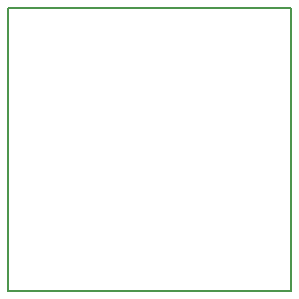
<source format=gbr>
G04 #@! TF.GenerationSoftware,KiCad,Pcbnew,6.0.2+dfsg-1*
G04 #@! TF.CreationDate,2022-10-24T19:59:29+02:00*
G04 #@! TF.ProjectId,triple_diode_or_tile,74726970-6c65-45f6-9469-6f64655f6f72,rev?*
G04 #@! TF.SameCoordinates,Original*
G04 #@! TF.FileFunction,Profile,NP*
%FSLAX46Y46*%
G04 Gerber Fmt 4.6, Leading zero omitted, Abs format (unit mm)*
G04 Created by KiCad (PCBNEW 6.0.2+dfsg-1) date 2022-10-24 19:59:29*
%MOMM*%
%LPD*%
G01*
G04 APERTURE LIST*
G04 #@! TA.AperFunction,Profile*
%ADD10C,0.150000*%
G04 #@! TD*
G04 APERTURE END LIST*
D10*
X140000000Y-94000000D02*
X140000000Y-70000000D01*
X164000000Y-94000000D02*
X140000000Y-94000000D01*
X140000000Y-70000000D02*
X164000000Y-70000000D01*
X164000000Y-70000000D02*
X164000000Y-94000000D01*
M02*

</source>
